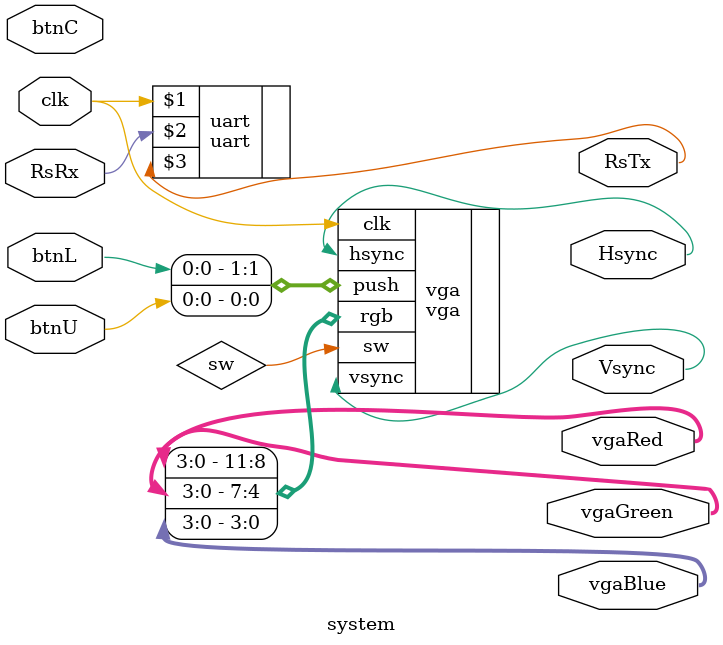
<source format=v>
`timescale 1ns / 1ps


module system(
//    input wire [11:0]sw, //vga
    input btnC, btnU, btnL, //vga
    output wire Hsync, Vsync, //vga
    output wire [3:0] vgaRed, vgaGreen, vgaBlue, //vga
    output wire RsTx, //uart
    input wire RsRx, //uart
    input clk //both
    );
    
vga vga(
    .clk(clk), .sw(sw),
    .push({btnL, btnU}),
    .hsync(Hsync), .vsync(Vsync),
    .rgb({vgaRed, vgaGreen, vgaBlue})
    );

uart uart(clk,RsRx,RsTx);
    
endmodule

</source>
